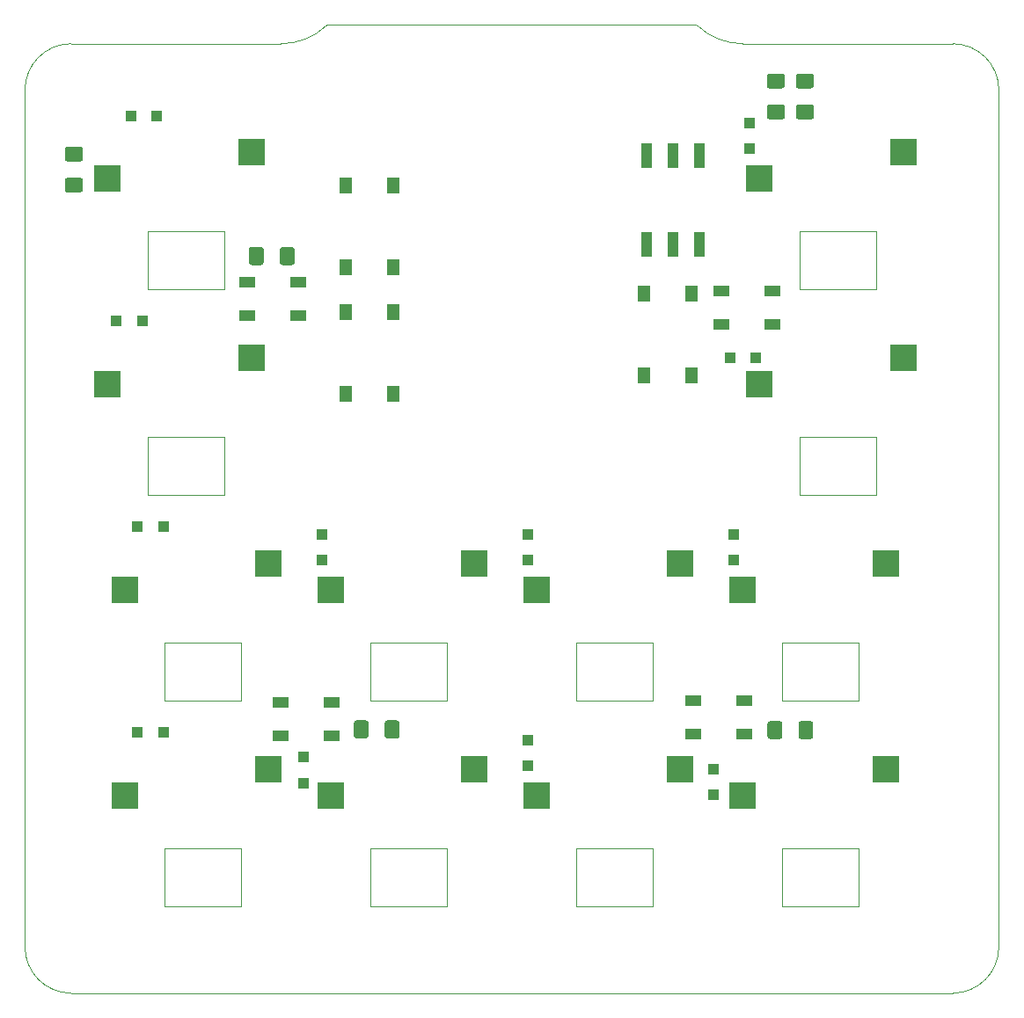
<source format=gbr>
G04 #@! TF.GenerationSoftware,KiCad,Pcbnew,(5.1.6)-1*
G04 #@! TF.CreationDate,2020-07-03T23:32:01-07:00*
G04 #@! TF.ProjectId,keypadV2,6b657970-6164-4563-922e-6b696361645f,rev?*
G04 #@! TF.SameCoordinates,Original*
G04 #@! TF.FileFunction,Paste,Bot*
G04 #@! TF.FilePolarity,Positive*
%FSLAX46Y46*%
G04 Gerber Fmt 4.6, Leading zero omitted, Abs format (unit mm)*
G04 Created by KiCad (PCBNEW (5.1.6)-1) date 2020-07-03 23:32:01*
%MOMM*%
%LPD*%
G01*
G04 APERTURE LIST*
G04 #@! TA.AperFunction,Profile*
%ADD10C,0.050000*%
G04 #@! TD*
G04 #@! TA.AperFunction,Profile*
%ADD11C,0.120000*%
G04 #@! TD*
%ADD12R,1.500000X1.000000*%
%ADD13R,1.000000X1.000000*%
%ADD14R,1.300000X1.550000*%
%ADD15R,1.130000X2.440000*%
%ADD16R,2.550000X2.500000*%
G04 APERTURE END LIST*
D10*
X154178000Y-69024500D02*
X154178000Y-63436500D01*
X146812000Y-69024500D02*
X154178000Y-69024500D01*
X154178000Y-63436500D02*
X146812000Y-63436500D01*
X146812000Y-63436500D02*
X146812000Y-69024500D01*
X154178000Y-88836500D02*
X154178000Y-83248500D01*
X146812000Y-88836500D02*
X154178000Y-88836500D01*
X154178000Y-83248500D02*
X146812000Y-83248500D01*
X146812000Y-83248500D02*
X146812000Y-88836500D01*
X155829000Y-108648500D02*
X155829000Y-103060500D01*
X148463000Y-108648500D02*
X155829000Y-108648500D01*
X155829000Y-103060500D02*
X148463000Y-103060500D01*
X148463000Y-103060500D02*
X148463000Y-108648500D01*
X155829000Y-128460500D02*
X155829000Y-122872500D01*
X148463000Y-128460500D02*
X155829000Y-128460500D01*
X155829000Y-122872500D02*
X148463000Y-122872500D01*
X148463000Y-122872500D02*
X148463000Y-128460500D01*
X175641000Y-128460500D02*
X175641000Y-122872500D01*
X168275000Y-128460500D02*
X175641000Y-128460500D01*
X175641000Y-122872500D02*
X168275000Y-122872500D01*
X168275000Y-122872500D02*
X168275000Y-128460500D01*
X175641000Y-108648500D02*
X175641000Y-103060500D01*
X168275000Y-108648500D02*
X175641000Y-108648500D01*
X175641000Y-103060500D02*
X168275000Y-103060500D01*
X168275000Y-103060500D02*
X168275000Y-108648500D01*
X195453000Y-108648500D02*
X195453000Y-103060500D01*
X188087000Y-108648500D02*
X195453000Y-108648500D01*
X195453000Y-103060500D02*
X188087000Y-103060500D01*
X188087000Y-103060500D02*
X188087000Y-108648500D01*
X195453000Y-128460500D02*
X195453000Y-122872500D01*
X188087000Y-128460500D02*
X195453000Y-128460500D01*
X195453000Y-122872500D02*
X188087000Y-122872500D01*
X188087000Y-122872500D02*
X188087000Y-128460500D01*
X215265000Y-128460500D02*
X215265000Y-122872500D01*
X207899000Y-128460500D02*
X215265000Y-128460500D01*
X215265000Y-122872500D02*
X207899000Y-122872500D01*
X207899000Y-122872500D02*
X207899000Y-128460500D01*
X215265000Y-108648500D02*
X215265000Y-103060500D01*
X207899000Y-108648500D02*
X215265000Y-108648500D01*
X215265000Y-103060500D02*
X207899000Y-103060500D01*
X207899000Y-103060500D02*
X207899000Y-108648500D01*
X216916000Y-83248500D02*
X209550000Y-83248500D01*
X209550000Y-88836500D02*
X216916000Y-88836500D01*
X216916000Y-88836500D02*
X216916000Y-83248500D01*
X209550000Y-83248500D02*
X209550000Y-88836500D01*
X216916000Y-69024500D02*
X216916000Y-63436500D01*
X209550000Y-69024500D02*
X216916000Y-69024500D01*
X209550000Y-63436500D02*
X209550000Y-69024500D01*
X216916000Y-63436500D02*
X209550000Y-63436500D01*
X224282000Y-45402500D02*
X204089000Y-45402500D01*
X199459533Y-43557442D02*
X164268467Y-43557442D01*
X199728941Y-43669034D02*
G75*
G03*
X204089000Y-45402500I4360059J4616534D01*
G01*
X199728941Y-43669034D02*
G75*
G03*
X199459533Y-43557442I-269408J-269408D01*
G01*
X163999059Y-43669034D02*
G75*
G02*
X164268467Y-43557442I269408J-269408D01*
G01*
X163999059Y-43669034D02*
G75*
G02*
X159639000Y-45402500I-4360059J4616534D01*
G01*
X139446000Y-45402500D02*
X159639000Y-45402500D01*
X135001000Y-49847500D02*
X135001000Y-132397500D01*
X224282000Y-136842500D02*
X139446000Y-136842500D01*
X228727000Y-49847500D02*
X228727000Y-132397500D01*
D11*
X135001000Y-49847500D02*
G75*
G02*
X139446000Y-45402500I4445000J0D01*
G01*
X224282000Y-45402500D02*
G75*
G02*
X228727000Y-49847500I0J-4445000D01*
G01*
X228727000Y-132397500D02*
G75*
G02*
X224282000Y-136842500I-4445000J0D01*
G01*
X139446000Y-136842500D02*
G75*
G02*
X135001000Y-132397500I0J4445000D01*
G01*
D12*
X164502000Y-108826500D03*
X164502000Y-112026500D03*
X159602000Y-108826500D03*
X159602000Y-112026500D03*
G36*
G01*
X160950000Y-65224500D02*
X160950000Y-66474500D01*
G75*
G02*
X160700000Y-66724500I-250000J0D01*
G01*
X159775000Y-66724500D01*
G75*
G02*
X159525000Y-66474500I0J250000D01*
G01*
X159525000Y-65224500D01*
G75*
G02*
X159775000Y-64974500I250000J0D01*
G01*
X160700000Y-64974500D01*
G75*
G02*
X160950000Y-65224500I0J-250000D01*
G01*
G37*
G36*
G01*
X157975000Y-65224500D02*
X157975000Y-66474500D01*
G75*
G02*
X157725000Y-66724500I-250000J0D01*
G01*
X156800000Y-66724500D01*
G75*
G02*
X156550000Y-66474500I0J250000D01*
G01*
X156550000Y-65224500D01*
G75*
G02*
X156800000Y-64974500I250000J0D01*
G01*
X157725000Y-64974500D01*
G75*
G02*
X157975000Y-65224500I0J-250000D01*
G01*
G37*
G36*
G01*
X166646500Y-112067500D02*
X166646500Y-110817500D01*
G75*
G02*
X166896500Y-110567500I250000J0D01*
G01*
X167821500Y-110567500D01*
G75*
G02*
X168071500Y-110817500I0J-250000D01*
G01*
X168071500Y-112067500D01*
G75*
G02*
X167821500Y-112317500I-250000J0D01*
G01*
X166896500Y-112317500D01*
G75*
G02*
X166646500Y-112067500I0J250000D01*
G01*
G37*
G36*
G01*
X169621500Y-112067500D02*
X169621500Y-110817500D01*
G75*
G02*
X169871500Y-110567500I250000J0D01*
G01*
X170796500Y-110567500D01*
G75*
G02*
X171046500Y-110817500I0J-250000D01*
G01*
X171046500Y-112067500D01*
G75*
G02*
X170796500Y-112317500I-250000J0D01*
G01*
X169871500Y-112317500D01*
G75*
G02*
X169621500Y-112067500I0J250000D01*
G01*
G37*
G36*
G01*
X206461000Y-112131000D02*
X206461000Y-110881000D01*
G75*
G02*
X206711000Y-110631000I250000J0D01*
G01*
X207636000Y-110631000D01*
G75*
G02*
X207886000Y-110881000I0J-250000D01*
G01*
X207886000Y-112131000D01*
G75*
G02*
X207636000Y-112381000I-250000J0D01*
G01*
X206711000Y-112381000D01*
G75*
G02*
X206461000Y-112131000I0J250000D01*
G01*
G37*
G36*
G01*
X209436000Y-112131000D02*
X209436000Y-110881000D01*
G75*
G02*
X209686000Y-110631000I250000J0D01*
G01*
X210611000Y-110631000D01*
G75*
G02*
X210861000Y-110881000I0J-250000D01*
G01*
X210861000Y-112131000D01*
G75*
G02*
X210611000Y-112381000I-250000J0D01*
G01*
X209686000Y-112381000D01*
G75*
G02*
X209436000Y-112131000I0J250000D01*
G01*
G37*
D13*
X145181000Y-52387500D03*
X147681000Y-52387500D03*
X143784000Y-72072500D03*
X146284000Y-72072500D03*
X202839000Y-75628500D03*
X205339000Y-75628500D03*
X204724000Y-55542500D03*
X204724000Y-53042500D03*
X148316000Y-91884500D03*
X145816000Y-91884500D03*
X163576000Y-95166500D03*
X163576000Y-92666500D03*
X183388000Y-92666500D03*
X183388000Y-95166500D03*
X203200000Y-92666500D03*
X203200000Y-95166500D03*
X148316000Y-111696500D03*
X145816000Y-111696500D03*
X161798000Y-116629500D03*
X161798000Y-114129500D03*
X183388000Y-112478500D03*
X183388000Y-114978500D03*
X201295000Y-117772500D03*
X201295000Y-115272500D03*
G36*
G01*
X210683000Y-52682500D02*
X209433000Y-52682500D01*
G75*
G02*
X209183000Y-52432500I0J250000D01*
G01*
X209183000Y-51507500D01*
G75*
G02*
X209433000Y-51257500I250000J0D01*
G01*
X210683000Y-51257500D01*
G75*
G02*
X210933000Y-51507500I0J-250000D01*
G01*
X210933000Y-52432500D01*
G75*
G02*
X210683000Y-52682500I-250000J0D01*
G01*
G37*
G36*
G01*
X210683000Y-49707500D02*
X209433000Y-49707500D01*
G75*
G02*
X209183000Y-49457500I0J250000D01*
G01*
X209183000Y-48532500D01*
G75*
G02*
X209433000Y-48282500I250000J0D01*
G01*
X210683000Y-48282500D01*
G75*
G02*
X210933000Y-48532500I0J-250000D01*
G01*
X210933000Y-49457500D01*
G75*
G02*
X210683000Y-49707500I-250000J0D01*
G01*
G37*
D12*
X156363500Y-71577000D03*
X156363500Y-68377000D03*
X161263500Y-71577000D03*
X161263500Y-68377000D03*
X199353000Y-111899500D03*
X199353000Y-108699500D03*
X204253000Y-111899500D03*
X204253000Y-108699500D03*
X202020000Y-72402500D03*
X202020000Y-69202500D03*
X206920000Y-72402500D03*
X206920000Y-69202500D03*
G36*
G01*
X206639000Y-48282500D02*
X207889000Y-48282500D01*
G75*
G02*
X208139000Y-48532500I0J-250000D01*
G01*
X208139000Y-49457500D01*
G75*
G02*
X207889000Y-49707500I-250000J0D01*
G01*
X206639000Y-49707500D01*
G75*
G02*
X206389000Y-49457500I0J250000D01*
G01*
X206389000Y-48532500D01*
G75*
G02*
X206639000Y-48282500I250000J0D01*
G01*
G37*
G36*
G01*
X206639000Y-51257500D02*
X207889000Y-51257500D01*
G75*
G02*
X208139000Y-51507500I0J-250000D01*
G01*
X208139000Y-52432500D01*
G75*
G02*
X207889000Y-52682500I-250000J0D01*
G01*
X206639000Y-52682500D01*
G75*
G02*
X206389000Y-52432500I0J250000D01*
G01*
X206389000Y-51507500D01*
G75*
G02*
X206639000Y-51257500I250000J0D01*
G01*
G37*
D14*
X170398000Y-59017000D03*
X170398000Y-66967000D03*
X165898000Y-59017000D03*
X165898000Y-66967000D03*
X165898000Y-79159000D03*
X165898000Y-71209000D03*
X170398000Y-79159000D03*
X170398000Y-71209000D03*
X194600000Y-77381000D03*
X194600000Y-69431000D03*
X199100000Y-77381000D03*
X199100000Y-69431000D03*
D15*
X199898000Y-56147000D03*
X199898000Y-64757000D03*
X197358000Y-56147000D03*
X197358000Y-64757000D03*
X194818000Y-56147000D03*
X194818000Y-64757000D03*
D16*
X156785000Y-55816500D03*
X142935000Y-58356500D03*
X142935000Y-78168500D03*
X156785000Y-75628500D03*
X219523000Y-75628500D03*
X205673000Y-78168500D03*
X205673000Y-58356500D03*
X219523000Y-55816500D03*
X158436000Y-95440500D03*
X144586000Y-97980500D03*
X178248000Y-95440500D03*
X164398000Y-97980500D03*
X184210000Y-97980500D03*
X198060000Y-95440500D03*
X217872000Y-95440500D03*
X204022000Y-97980500D03*
X144586000Y-117792500D03*
X158436000Y-115252500D03*
X164398000Y-117792500D03*
X178248000Y-115252500D03*
X198060000Y-115252500D03*
X184210000Y-117792500D03*
X204022000Y-117792500D03*
X217872000Y-115252500D03*
G36*
G01*
X140325000Y-59731000D02*
X139075000Y-59731000D01*
G75*
G02*
X138825000Y-59481000I0J250000D01*
G01*
X138825000Y-58556000D01*
G75*
G02*
X139075000Y-58306000I250000J0D01*
G01*
X140325000Y-58306000D01*
G75*
G02*
X140575000Y-58556000I0J-250000D01*
G01*
X140575000Y-59481000D01*
G75*
G02*
X140325000Y-59731000I-250000J0D01*
G01*
G37*
G36*
G01*
X140325000Y-56756000D02*
X139075000Y-56756000D01*
G75*
G02*
X138825000Y-56506000I0J250000D01*
G01*
X138825000Y-55581000D01*
G75*
G02*
X139075000Y-55331000I250000J0D01*
G01*
X140325000Y-55331000D01*
G75*
G02*
X140575000Y-55581000I0J-250000D01*
G01*
X140575000Y-56506000D01*
G75*
G02*
X140325000Y-56756000I-250000J0D01*
G01*
G37*
M02*

</source>
